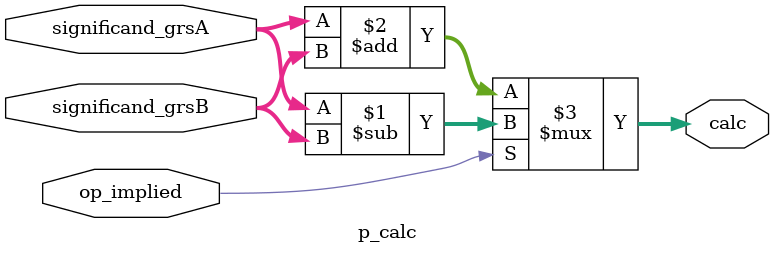
<source format=v>
module p_calc(op_implied, significand_grsA, significand_grsB, calc);
    input wire op_implied;
    input wire [27:0] significand_grsA, significand_grsB;
    output wire [27:0] calc;

    assign calc = (op_implied) ? (significand_grsA - significand_grsB) : (significand_grsA + significand_grsB);
endmodule
</source>
